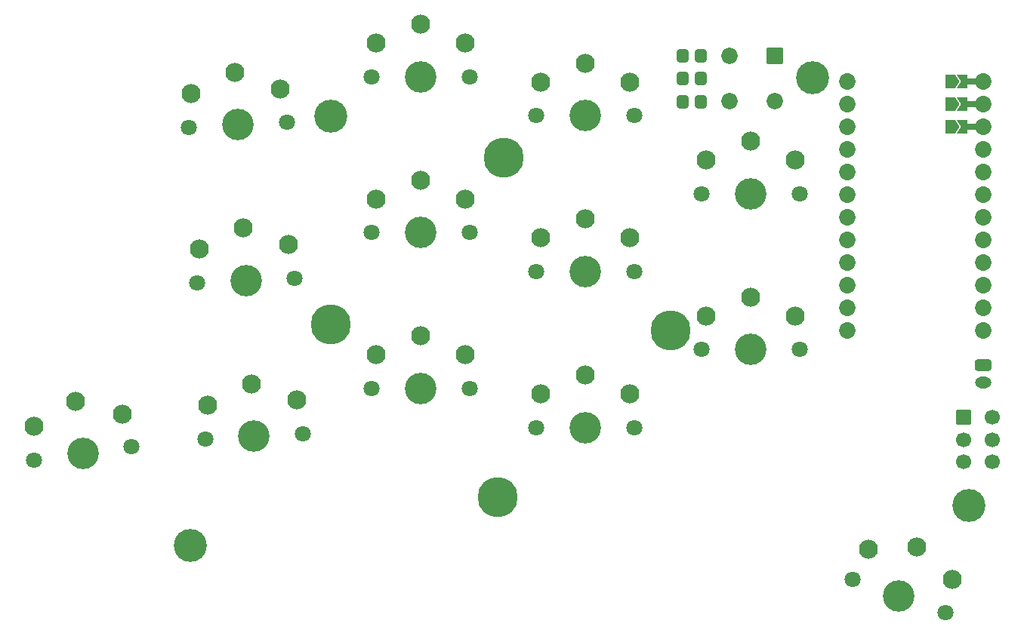
<source format=gbr>
%TF.GenerationSoftware,KiCad,Pcbnew,8.0.5-1.fc40*%
%TF.CreationDate,2024-10-14T16:03:34+11:00*%
%TF.ProjectId,pueo,7075656f-2e6b-4696-9361-645f70636258,0.1*%
%TF.SameCoordinates,Original*%
%TF.FileFunction,Soldermask,Bot*%
%TF.FilePolarity,Negative*%
%FSLAX46Y46*%
G04 Gerber Fmt 4.6, Leading zero omitted, Abs format (unit mm)*
G04 Created by KiCad (PCBNEW 8.0.5-1.fc40) date 2024-10-14 16:03:34*
%MOMM*%
%LPD*%
G01*
G04 APERTURE LIST*
G04 Aperture macros list*
%AMRoundRect*
0 Rectangle with rounded corners*
0 $1 Rounding radius*
0 $2 $3 $4 $5 $6 $7 $8 $9 X,Y pos of 4 corners*
0 Add a 4 corners polygon primitive as box body*
4,1,4,$2,$3,$4,$5,$6,$7,$8,$9,$2,$3,0*
0 Add four circle primitives for the rounded corners*
1,1,$1+$1,$2,$3*
1,1,$1+$1,$4,$5*
1,1,$1+$1,$6,$7*
1,1,$1+$1,$8,$9*
0 Add four rect primitives between the rounded corners*
20,1,$1+$1,$2,$3,$4,$5,0*
20,1,$1+$1,$4,$5,$6,$7,0*
20,1,$1+$1,$6,$7,$8,$9,0*
20,1,$1+$1,$8,$9,$2,$3,0*%
%AMFreePoly0*
4,1,16,0.685355,0.785355,0.700000,0.750000,0.691603,0.722265,0.210093,0.000000,0.691603,-0.722265,0.699029,-0.759806,0.677735,-0.791603,0.650000,-0.800000,-0.500000,-0.800000,-0.535355,-0.785355,-0.550000,-0.750000,-0.550000,0.750000,-0.535355,0.785355,-0.500000,0.800000,0.650000,0.800000,0.685355,0.785355,0.685355,0.785355,$1*%
%AMFreePoly1*
4,1,16,0.535355,0.785355,0.550000,0.750000,0.550000,-0.750000,0.535355,-0.785355,0.500000,-0.800000,-0.500000,-0.800000,-0.535355,-0.785355,-0.541603,-0.777735,-1.041603,-0.027735,-1.049029,0.009806,-1.041603,0.027735,-0.541603,0.777735,-0.509806,0.799029,-0.500000,0.800000,0.500000,0.800000,0.535355,0.785355,0.535355,0.785355,$1*%
G04 Aperture macros list end*
%ADD10C,1.801800*%
%ADD11C,3.529000*%
%ADD12C,2.132000*%
%ADD13O,1.850000X1.300000*%
%ADD14C,3.700000*%
%ADD15RoundRect,0.050000X-0.762000X0.250000X-0.762000X-0.250000X0.762000X-0.250000X0.762000X0.250000X0*%
%ADD16FreePoly0,180.000000*%
%ADD17C,1.852600*%
%ADD18FreePoly1,180.000000*%
%ADD19RoundRect,0.102000X-0.820000X0.820000X-0.820000X-0.820000X0.820000X-0.820000X0.820000X0.820000X0*%
%ADD20C,1.844000*%
%ADD21C,4.500000*%
%ADD22RoundRect,0.270833X-0.654167X0.379167X-0.654167X-0.379167X0.654167X-0.379167X0.654167X0.379167X0*%
%ADD23RoundRect,0.270833X0.379167X0.479167X-0.379167X0.479167X-0.379167X-0.479167X0.379167X-0.479167X0*%
%ADD24RoundRect,0.050000X-0.800000X0.800000X-0.800000X-0.800000X0.800000X-0.800000X0.800000X0.800000X0*%
%ADD25C,1.700000*%
G04 APERTURE END LIST*
D10*
%TO.C,S12*%
X178656026Y-105093880D03*
D11*
X184156026Y-105093880D03*
D10*
X189656026Y-105093880D03*
D12*
X179156026Y-101293880D03*
X189156026Y-101293880D03*
X184156026Y-99193880D03*
%TD*%
D10*
%TO.C,S3*%
X122083323Y-115128893D03*
D11*
X127575785Y-114841045D03*
D10*
X133068247Y-114553197D03*
D12*
X122383761Y-111307933D03*
X132370056Y-110784573D03*
X127267003Y-108949131D03*
%TD*%
D13*
%TO.C,*%
X210230620Y-126293722D03*
%TD*%
D14*
%TO.C,REF\u002A\u002A*%
X121376426Y-144550274D03*
%TD*%
D10*
%TO.C,S8*%
X160156028Y-131343879D03*
D11*
X165656028Y-131343879D03*
D10*
X171156028Y-131343879D03*
D12*
X160656028Y-127543879D03*
X170656028Y-127543879D03*
X165656028Y-125443879D03*
%TD*%
D14*
%TO.C,REF\u002A\u002A*%
X208656029Y-140093879D03*
%TD*%
D15*
%TO.C,MCU1*%
X208931031Y-92498881D03*
D16*
X207981032Y-92498883D03*
D17*
X195036038Y-92498883D03*
X210276027Y-92498885D03*
D16*
X207981031Y-95038881D03*
D17*
X195036031Y-95038882D03*
X210276031Y-95038883D03*
D15*
X208931032Y-95038884D03*
D17*
X195036032Y-97578881D03*
X210276033Y-97578882D03*
D15*
X208931031Y-97578882D03*
D16*
X207981029Y-97578883D03*
D17*
X210276032Y-100118884D03*
X195036031Y-100118884D03*
D18*
X206531031Y-92498882D03*
X206531032Y-95038880D03*
X206531031Y-97578882D03*
D17*
X210276031Y-102658882D03*
X210276031Y-105198881D03*
X210276031Y-107738883D03*
X210276032Y-110278883D03*
X210276031Y-112818880D03*
X210276030Y-115358883D03*
X210276031Y-117898882D03*
X210276024Y-120438881D03*
X195036030Y-102658881D03*
X195036031Y-105198881D03*
X195036031Y-107738883D03*
X195036031Y-110278882D03*
X195036030Y-112818880D03*
X195036029Y-115358882D03*
X195036031Y-117898881D03*
X195036035Y-120438879D03*
%TD*%
D10*
%TO.C,S13*%
X195637720Y-148362766D03*
D11*
X200806029Y-150243877D03*
D10*
X205974338Y-152124988D03*
D12*
X197407242Y-144962944D03*
X206804169Y-148383146D03*
X202823948Y-144699691D03*
%TD*%
D14*
%TO.C,REF\u002A\u002A*%
X191094500Y-92098000D03*
%TD*%
D10*
%TO.C,S2*%
X122999204Y-132604913D03*
D11*
X128491666Y-132317065D03*
D10*
X133984128Y-132029217D03*
D12*
X123299642Y-128783953D03*
X133285937Y-128260593D03*
X128182884Y-126425151D03*
%TD*%
D19*
%TO.C,REF\u002A\u002A*%
X186851025Y-89617471D03*
D20*
X186851025Y-94697471D03*
X181771025Y-94697471D03*
X181771025Y-89617471D03*
%TD*%
D10*
%TO.C,S7*%
X141656030Y-91968878D03*
D11*
X147156030Y-91968878D03*
D10*
X152656030Y-91968878D03*
D12*
X142156030Y-88168878D03*
X152156030Y-88168878D03*
X147156030Y-86068878D03*
%TD*%
D10*
%TO.C,S5*%
X141656030Y-126968877D03*
D11*
X147156030Y-126968877D03*
D10*
X152656030Y-126968877D03*
D12*
X142156030Y-123168877D03*
X152156030Y-123168877D03*
X147156030Y-121068877D03*
%TD*%
D10*
%TO.C,S10*%
X160156031Y-96343881D03*
D11*
X165656031Y-96343881D03*
D10*
X171156031Y-96343881D03*
D12*
X160656031Y-92543881D03*
X170656031Y-92543881D03*
X165656031Y-90443881D03*
%TD*%
D10*
%TO.C,S4*%
X121167441Y-97652877D03*
D11*
X126659903Y-97365029D03*
D10*
X132152365Y-97077181D03*
D12*
X121467879Y-93831917D03*
X131454174Y-93308557D03*
X126351121Y-91473115D03*
%TD*%
D10*
%TO.C,S11*%
X178656029Y-122593876D03*
D11*
X184156029Y-122593876D03*
D10*
X189656029Y-122593876D03*
D12*
X179156029Y-118793876D03*
X189156029Y-118793876D03*
X184156029Y-116693876D03*
%TD*%
D10*
%TO.C,S6*%
X141656027Y-109468877D03*
D11*
X147156027Y-109468877D03*
D10*
X152656027Y-109468877D03*
D12*
X142156027Y-105668877D03*
X152156027Y-105668877D03*
X147156027Y-103568877D03*
%TD*%
D10*
%TO.C,S1*%
X103846277Y-135039284D03*
D11*
X109292743Y-134273832D03*
D10*
X114739209Y-133508380D03*
D12*
X103812545Y-131206675D03*
X113715226Y-129814948D03*
X108471622Y-128431250D03*
%TD*%
D14*
%TO.C,REF\u002A\u002A*%
X137095585Y-96366398D03*
%TD*%
D21*
%TO.C,REF\u002A\u002A*%
X137125410Y-119801411D03*
X156504977Y-101086780D03*
X155840041Y-139180978D03*
X175219608Y-120466347D03*
%TD*%
D22*
%TO.C,*%
X210230624Y-124293721D03*
%TD*%
D10*
%TO.C,S9*%
X160156024Y-113843883D03*
D11*
X165656024Y-113843883D03*
D10*
X171156024Y-113843883D03*
D12*
X160656024Y-110043883D03*
X170656024Y-110043883D03*
X165656024Y-107943883D03*
%TD*%
D23*
%TO.C,REF\u002A\u002A*%
X178584161Y-94744024D03*
X176584161Y-94744024D03*
%TD*%
%TO.C,REF\u002A\u002A*%
X178584162Y-92157474D03*
X176584162Y-92157474D03*
%TD*%
%TO.C,REF\u002A\u002A*%
X178584162Y-89594022D03*
X176584162Y-89594022D03*
%TD*%
D24*
%TO.C,on/off*%
X208056031Y-130193873D03*
D25*
X208056024Y-132693874D03*
X208056039Y-135193873D03*
X211256041Y-130193865D03*
X211256036Y-132693873D03*
X211256025Y-135193872D03*
%TD*%
M02*

</source>
